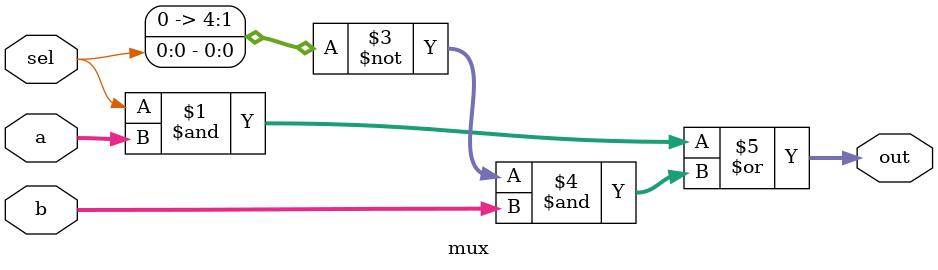
<source format=v>
module mux( 
input [4:0] a, b,
input sel,
output [4:0] out );
// When sel=0, assign a to out. 
// When sel=1, assign b to out. 
assign out=(sel&a)|(~sel&b);
endmodule

</source>
